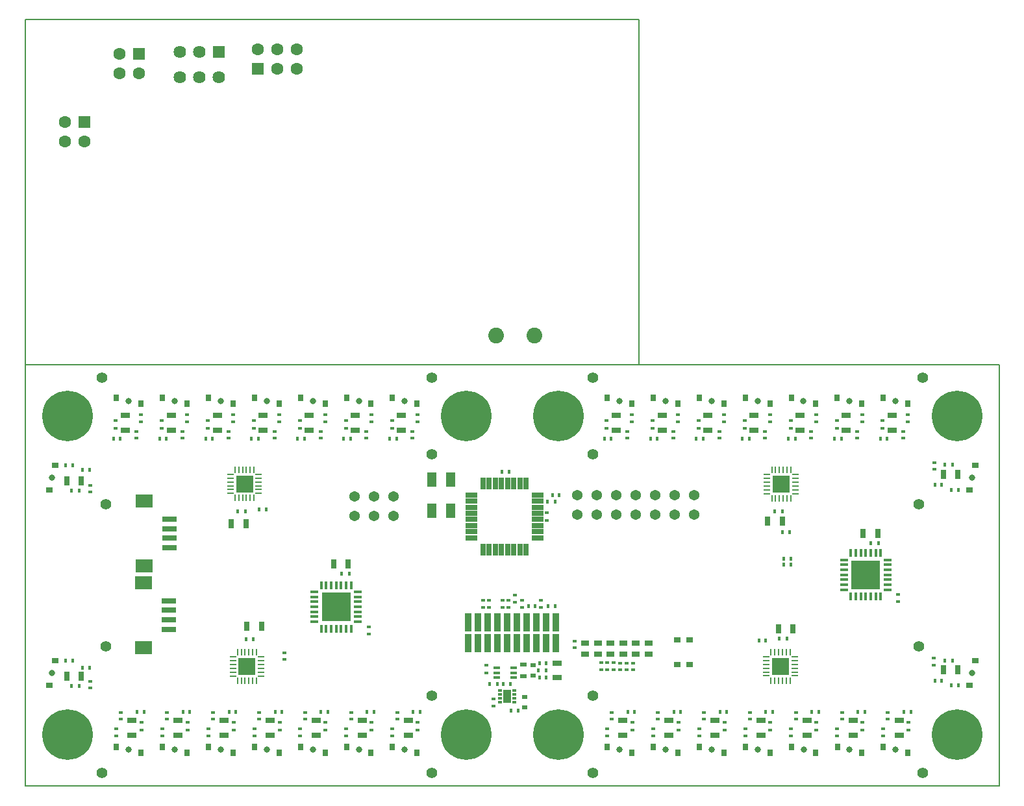
<source format=gbs>
G04*
G04 #@! TF.GenerationSoftware,Altium Limited,Altium Designer,18.1.9 (240)*
G04*
G04 Layer_Color=16711935*
%FSLAX44Y44*%
%MOMM*%
G71*
G01*
G75*
%ADD36C,0.2000*%
%ADD40R,0.4500X0.6000*%
%ADD42R,0.6000X0.4000*%
%ADD43R,0.8000X1.3000*%
%ADD58R,0.4000X0.6000*%
%ADD62R,0.8000X0.6000*%
%ADD63R,1.3000X0.8000*%
%ADD70R,0.9000X0.5000*%
%ADD71R,0.6000X0.4500*%
%ADD73R,2.2000X2.2000*%
%ADD74O,0.2393X0.8571*%
%ADD75O,0.8571X0.2393*%
%ADD76R,0.8571X0.2393*%
%ADD83R,0.6516X1.6016*%
%ADD84R,1.6016X0.6516*%
%ADD86R,1.0016X0.8016*%
%ADD96R,0.8516X0.8016*%
%ADD102R,1.6016X1.6016*%
%ADD103C,1.6016*%
%ADD104C,1.6256*%
%ADD105R,1.6256X1.6256*%
%ADD106C,2.0516*%
%ADD107C,0.8016*%
%ADD108C,1.3716*%
%ADD109C,1.4016*%
%ADD110C,6.6016*%
%ADD111R,0.9032X0.7032*%
%ADD112R,0.7032X0.9032*%
%ADD113R,1.3016X1.9016*%
%ADD114R,2.3016X1.7016*%
%ADD115R,1.9016X0.8016*%
%ADD116R,0.6016X0.3516*%
%ADD117R,1.0016X1.7016*%
%ADD118R,0.9516X0.4516*%
%ADD119R,3.8016X3.8016*%
%ADD120R,0.4316X1.1416*%
%ADD121R,1.1416X0.4316*%
%ADD122R,0.8382X2.3368*%
D36*
X200000Y750000D02*
X1000000D01*
X200000D02*
Y1200000D01*
X1000000D01*
Y750000D02*
Y1200000D01*
X1470000Y200000D02*
Y750000D01*
X200000D02*
X1470000D01*
X200000Y200000D02*
Y750000D01*
Y200000D02*
X1470000D01*
D40*
X612456Y476760D02*
D03*
X622456D02*
D03*
X1302977Y516598D02*
D03*
X1312977D02*
D03*
X869497Y351000D02*
D03*
X879497D02*
D03*
X805499Y333003D02*
D03*
X815499D02*
D03*
X1409254Y619488D02*
D03*
X1399254D02*
D03*
X260234Y330577D02*
D03*
X270234D02*
D03*
X1409257Y363995D02*
D03*
X1399257D02*
D03*
X260743Y585005D02*
D03*
X270743D02*
D03*
X1193502Y391987D02*
D03*
X1183502D02*
D03*
X1177490Y558544D02*
D03*
X1187490D02*
D03*
X497757Y391750D02*
D03*
X487757D02*
D03*
X477495Y558511D02*
D03*
X487495D02*
D03*
X891003Y571001D02*
D03*
X881003D02*
D03*
D42*
X538411Y365009D02*
D03*
Y374009D02*
D03*
X647744Y398702D02*
D03*
Y407702D02*
D03*
X1338264Y440539D02*
D03*
Y449539D02*
D03*
X822142Y433032D02*
D03*
Y442032D02*
D03*
X830554Y442032D02*
D03*
Y433032D02*
D03*
X838868Y440120D02*
D03*
Y449120D02*
D03*
X916539Y389338D02*
D03*
Y380338D02*
D03*
X984004Y351416D02*
D03*
Y360416D02*
D03*
X958982Y351662D02*
D03*
Y360662D02*
D03*
X967041Y351662D02*
D03*
Y360662D02*
D03*
X958748Y274582D02*
D03*
Y265582D02*
D03*
X711253Y675417D02*
D03*
Y684417D02*
D03*
X1018748Y274582D02*
D03*
Y265582D02*
D03*
X1351173Y675414D02*
D03*
Y684414D02*
D03*
X318747Y274585D02*
D03*
Y265585D02*
D03*
X651253Y675417D02*
D03*
Y684417D02*
D03*
X1078748Y274582D02*
D03*
Y265582D02*
D03*
X1291173Y675414D02*
D03*
Y684414D02*
D03*
X378747Y274585D02*
D03*
Y265585D02*
D03*
X591253Y675417D02*
D03*
Y684417D02*
D03*
X1231173Y675414D02*
D03*
Y684414D02*
D03*
X438747Y274585D02*
D03*
Y265585D02*
D03*
X531253Y675417D02*
D03*
Y684417D02*
D03*
X1198748Y274582D02*
D03*
Y265582D02*
D03*
X1171173Y675414D02*
D03*
Y684414D02*
D03*
X498747Y274585D02*
D03*
Y265585D02*
D03*
X471253Y675417D02*
D03*
Y684417D02*
D03*
X1258748Y274582D02*
D03*
Y265582D02*
D03*
X1111173Y675414D02*
D03*
Y684414D02*
D03*
X558747Y274585D02*
D03*
Y265585D02*
D03*
X411253Y675417D02*
D03*
Y684417D02*
D03*
X1318748Y274582D02*
D03*
Y265582D02*
D03*
X1051173Y675414D02*
D03*
Y684414D02*
D03*
X618747Y274585D02*
D03*
Y265585D02*
D03*
X351253Y675417D02*
D03*
Y684417D02*
D03*
X991173Y675414D02*
D03*
Y684414D02*
D03*
X678747Y274585D02*
D03*
Y265585D02*
D03*
X964975Y296237D02*
D03*
Y287237D02*
D03*
X705025Y653763D02*
D03*
Y662763D02*
D03*
X1024975Y296237D02*
D03*
Y287237D02*
D03*
X1344945Y653760D02*
D03*
Y662760D02*
D03*
X324975Y296240D02*
D03*
Y287240D02*
D03*
X645025Y653763D02*
D03*
Y662763D02*
D03*
X1084975Y296237D02*
D03*
Y287237D02*
D03*
X1284945Y653760D02*
D03*
Y662760D02*
D03*
X384975Y296240D02*
D03*
Y287240D02*
D03*
X585025Y653763D02*
D03*
Y662763D02*
D03*
X1144975Y296237D02*
D03*
Y287237D02*
D03*
X1224945Y653760D02*
D03*
Y662760D02*
D03*
X444975Y296240D02*
D03*
Y287240D02*
D03*
X525025Y653763D02*
D03*
Y662763D02*
D03*
X1204975Y296237D02*
D03*
Y287237D02*
D03*
X1164945Y653760D02*
D03*
Y662760D02*
D03*
X504975Y296240D02*
D03*
Y287240D02*
D03*
X465025Y653763D02*
D03*
Y662763D02*
D03*
X1264975Y296237D02*
D03*
Y287237D02*
D03*
X1104945Y653760D02*
D03*
Y662760D02*
D03*
X564975Y296240D02*
D03*
Y287240D02*
D03*
X405025Y653763D02*
D03*
Y662763D02*
D03*
X1324975Y296237D02*
D03*
Y287237D02*
D03*
X1044945Y653760D02*
D03*
Y662760D02*
D03*
X624975Y296240D02*
D03*
Y287240D02*
D03*
X345025Y653763D02*
D03*
Y662763D02*
D03*
X984945Y653760D02*
D03*
Y662760D02*
D03*
X684975Y296240D02*
D03*
Y287240D02*
D03*
X1385507Y612991D02*
D03*
Y621991D02*
D03*
X284727Y336787D02*
D03*
Y327787D02*
D03*
X1385009Y358005D02*
D03*
Y367005D02*
D03*
X284491Y592495D02*
D03*
Y583495D02*
D03*
X872735Y442032D02*
D03*
Y433032D02*
D03*
X847967Y442032D02*
D03*
Y433032D02*
D03*
X805057D02*
D03*
Y442032D02*
D03*
X797374D02*
D03*
Y433032D02*
D03*
X1138748Y274582D02*
D03*
Y265582D02*
D03*
X992293Y360416D02*
D03*
Y351416D02*
D03*
X950857Y360919D02*
D03*
Y351919D02*
D03*
X975941Y360590D02*
D03*
Y351590D02*
D03*
D43*
X468753Y541995D02*
D03*
X487753D02*
D03*
X508228Y408266D02*
D03*
X489228D02*
D03*
X1168238Y546026D02*
D03*
X1187238D02*
D03*
X1201244Y404754D02*
D03*
X1182244D02*
D03*
X1292730Y529302D02*
D03*
X1311730D02*
D03*
X602210Y489465D02*
D03*
X621209D02*
D03*
X272991Y343011D02*
D03*
X253991D02*
D03*
X1397009Y351989D02*
D03*
X1416009D02*
D03*
X1416006Y606982D02*
D03*
X1397006D02*
D03*
X253991Y598011D02*
D03*
X272991D02*
D03*
D58*
X821846Y609601D02*
D03*
X830846D02*
D03*
X1198244Y488504D02*
D03*
X1189245D02*
D03*
X1198244Y496496D02*
D03*
X1189245D02*
D03*
X514243Y560994D02*
D03*
X505243D02*
D03*
X1187762Y531476D02*
D03*
X1196762D02*
D03*
X1156755Y389504D02*
D03*
X1165754D02*
D03*
X865032Y434531D02*
D03*
X856032D02*
D03*
X891032Y434538D02*
D03*
X882032D02*
D03*
X870496Y359999D02*
D03*
X879496D02*
D03*
X870497Y342000D02*
D03*
X879497D02*
D03*
X823500Y333003D02*
D03*
X832499D02*
D03*
X842840Y298496D02*
D03*
X833839D02*
D03*
X1407915Y586240D02*
D03*
X1416915D02*
D03*
X262082Y363753D02*
D03*
X253082D02*
D03*
X1407918Y331247D02*
D03*
X1416918D02*
D03*
X262082Y618753D02*
D03*
X253082D02*
D03*
X1386261Y592961D02*
D03*
X1395261D02*
D03*
X283737Y354525D02*
D03*
X274737D02*
D03*
X1386263Y337475D02*
D03*
X1395263D02*
D03*
X283737Y612525D02*
D03*
X274737D02*
D03*
X985759Y297019D02*
D03*
X994758D02*
D03*
X684242Y652981D02*
D03*
X675242D02*
D03*
X1045759Y297019D02*
D03*
X1054758D02*
D03*
X1324162Y652977D02*
D03*
X1315162D02*
D03*
X345758Y297022D02*
D03*
X354758D02*
D03*
X624242Y652981D02*
D03*
X615242D02*
D03*
X1105759Y297019D02*
D03*
X1114759D02*
D03*
X1264162Y652977D02*
D03*
X1255162D02*
D03*
X405758Y297022D02*
D03*
X414758D02*
D03*
X564242Y652981D02*
D03*
X555242D02*
D03*
X1165759Y297019D02*
D03*
X1174759D02*
D03*
X1204162Y652977D02*
D03*
X1195162D02*
D03*
X465758Y297022D02*
D03*
X474758D02*
D03*
X504242Y652981D02*
D03*
X495242D02*
D03*
X1225759Y297019D02*
D03*
X1234759D02*
D03*
X1144162Y652977D02*
D03*
X1135162D02*
D03*
X525758Y297022D02*
D03*
X534758D02*
D03*
X444242Y652981D02*
D03*
X435242D02*
D03*
X1285759Y297019D02*
D03*
X1294758D02*
D03*
X1084162Y652977D02*
D03*
X1075162D02*
D03*
X585758Y297022D02*
D03*
X594758D02*
D03*
X384242Y652981D02*
D03*
X375242D02*
D03*
X1345759Y297019D02*
D03*
X1354758D02*
D03*
X1024162Y652977D02*
D03*
X1015162D02*
D03*
X645758Y297022D02*
D03*
X654758D02*
D03*
X324242Y652981D02*
D03*
X315242D02*
D03*
X964162Y652977D02*
D03*
X955162D02*
D03*
X705758Y297022D02*
D03*
X714758D02*
D03*
X887504Y579501D02*
D03*
X896504D02*
D03*
D62*
X862000Y344003D02*
D03*
Y358003D02*
D03*
X850996Y302321D02*
D03*
Y316322D02*
D03*
D63*
X893496Y341499D02*
D03*
Y360500D02*
D03*
X1039489Y285491D02*
D03*
Y266491D02*
D03*
X339489Y285494D02*
D03*
Y266494D02*
D03*
X1099489Y285491D02*
D03*
Y266491D02*
D03*
X399489Y285494D02*
D03*
Y266494D02*
D03*
X1159489Y285491D02*
D03*
Y266491D02*
D03*
X459489Y285494D02*
D03*
Y266494D02*
D03*
X1219489Y285491D02*
D03*
Y266491D02*
D03*
X519489Y285494D02*
D03*
Y266494D02*
D03*
X1279489Y285491D02*
D03*
Y266491D02*
D03*
X579489Y285494D02*
D03*
Y266494D02*
D03*
X1339489Y285491D02*
D03*
Y266491D02*
D03*
X639489Y285494D02*
D03*
Y266494D02*
D03*
X690511Y683509D02*
D03*
Y664509D02*
D03*
X1330431Y683505D02*
D03*
Y664505D02*
D03*
X630511Y683509D02*
D03*
Y664509D02*
D03*
X1270431Y683505D02*
D03*
Y664505D02*
D03*
X570511Y683509D02*
D03*
Y664509D02*
D03*
X1210431Y683505D02*
D03*
Y664505D02*
D03*
X510511Y683509D02*
D03*
Y664509D02*
D03*
X1150431Y683505D02*
D03*
Y664505D02*
D03*
X450511Y683509D02*
D03*
Y664509D02*
D03*
X1090431Y683505D02*
D03*
Y664505D02*
D03*
X390511Y683509D02*
D03*
Y664509D02*
D03*
X1030431Y683505D02*
D03*
Y664505D02*
D03*
X970431Y683505D02*
D03*
Y664505D02*
D03*
X330511Y683509D02*
D03*
Y664509D02*
D03*
X979489Y266491D02*
D03*
Y285491D02*
D03*
X699489Y266494D02*
D03*
Y285494D02*
D03*
D70*
X849997Y358500D02*
D03*
Y343500D02*
D03*
D71*
X801548Y357866D02*
D03*
Y347866D02*
D03*
X810997Y304000D02*
D03*
Y314000D02*
D03*
X991714Y273243D02*
D03*
Y283243D02*
D03*
X678286Y676757D02*
D03*
Y666757D02*
D03*
X1051714Y273243D02*
D03*
Y283243D02*
D03*
X1318206Y676753D02*
D03*
Y666753D02*
D03*
X351714Y273246D02*
D03*
Y283246D02*
D03*
X618286Y676757D02*
D03*
Y666757D02*
D03*
X1111714Y273243D02*
D03*
Y283243D02*
D03*
X1258206Y676753D02*
D03*
Y666753D02*
D03*
X411714Y273246D02*
D03*
Y283246D02*
D03*
X558286Y676757D02*
D03*
Y666757D02*
D03*
X1171714Y273243D02*
D03*
Y283243D02*
D03*
X1198206Y676753D02*
D03*
Y666753D02*
D03*
X471714Y273246D02*
D03*
Y283246D02*
D03*
X498286Y676757D02*
D03*
Y666757D02*
D03*
X1231714Y273243D02*
D03*
Y283243D02*
D03*
X1138206Y676753D02*
D03*
Y666753D02*
D03*
X531714Y273246D02*
D03*
Y283246D02*
D03*
X438286Y676757D02*
D03*
Y666757D02*
D03*
X1291714Y273243D02*
D03*
Y283243D02*
D03*
X1078206Y676753D02*
D03*
Y666753D02*
D03*
X591714Y273246D02*
D03*
Y283246D02*
D03*
X378286Y676757D02*
D03*
Y666757D02*
D03*
X1351714Y273243D02*
D03*
Y283243D02*
D03*
X1018206Y676753D02*
D03*
Y666753D02*
D03*
X651714Y273246D02*
D03*
Y283246D02*
D03*
X318286Y676757D02*
D03*
Y666757D02*
D03*
X958206Y676753D02*
D03*
Y666753D02*
D03*
X711714Y273246D02*
D03*
Y283246D02*
D03*
X880001Y546497D02*
D03*
Y556497D02*
D03*
D73*
X1185000Y356249D02*
D03*
X1185993Y593779D02*
D03*
X489255Y356012D02*
D03*
X485998Y594249D02*
D03*
D74*
X1197500Y374755D02*
D03*
X1192500D02*
D03*
X1187500D02*
D03*
X1182500D02*
D03*
X1177500D02*
D03*
X1172500D02*
D03*
Y337744D02*
D03*
X1177500D02*
D03*
X1182500D02*
D03*
X1187500D02*
D03*
X1192500D02*
D03*
X1197500D02*
D03*
X1173493Y575273D02*
D03*
X1178493D02*
D03*
X1183493D02*
D03*
X1188493D02*
D03*
X1193493D02*
D03*
X1198493D02*
D03*
Y612284D02*
D03*
X1193493D02*
D03*
X1188493D02*
D03*
X1183493D02*
D03*
X1178493D02*
D03*
X1173493D02*
D03*
X501755Y374518D02*
D03*
X496755D02*
D03*
X491755D02*
D03*
X486755D02*
D03*
X481755D02*
D03*
X476755D02*
D03*
Y337507D02*
D03*
X481755D02*
D03*
X486755D02*
D03*
X491755D02*
D03*
X496755D02*
D03*
X501755D02*
D03*
X473498Y575743D02*
D03*
X478498D02*
D03*
X483498D02*
D03*
X488498D02*
D03*
X493498D02*
D03*
X498498D02*
D03*
Y612755D02*
D03*
X493498D02*
D03*
X488498D02*
D03*
X483498D02*
D03*
X478498D02*
D03*
X473498D02*
D03*
D75*
X1166494Y368749D02*
D03*
Y363749D02*
D03*
Y358749D02*
D03*
Y353749D02*
D03*
Y348749D02*
D03*
Y343749D02*
D03*
X1203505D02*
D03*
Y348749D02*
D03*
Y353749D02*
D03*
Y358749D02*
D03*
Y363749D02*
D03*
X1204499Y581279D02*
D03*
Y586279D02*
D03*
Y591279D02*
D03*
Y596279D02*
D03*
Y601279D02*
D03*
Y606279D02*
D03*
X1167487D02*
D03*
Y601279D02*
D03*
Y596279D02*
D03*
Y591279D02*
D03*
Y586279D02*
D03*
X470749Y368512D02*
D03*
Y363512D02*
D03*
Y358512D02*
D03*
Y353512D02*
D03*
Y348512D02*
D03*
Y343512D02*
D03*
X507760D02*
D03*
Y348512D02*
D03*
Y353512D02*
D03*
Y358512D02*
D03*
Y363512D02*
D03*
X504503Y581749D02*
D03*
Y586749D02*
D03*
Y591749D02*
D03*
Y596749D02*
D03*
Y601749D02*
D03*
Y606749D02*
D03*
X467492D02*
D03*
Y601749D02*
D03*
Y596749D02*
D03*
Y591749D02*
D03*
Y586749D02*
D03*
D76*
X1203505Y368749D02*
D03*
X1167487Y581279D02*
D03*
X507760Y368512D02*
D03*
X467492Y581749D02*
D03*
D83*
X796957Y594750D02*
D03*
X804957D02*
D03*
X812957D02*
D03*
X820957D02*
D03*
X828957D02*
D03*
X836957D02*
D03*
X844957D02*
D03*
X852957D02*
D03*
Y508750D02*
D03*
X844957D02*
D03*
X836957D02*
D03*
X828957D02*
D03*
X820957D02*
D03*
X812957D02*
D03*
X804957D02*
D03*
X796957D02*
D03*
D84*
X781957Y523750D02*
D03*
Y531750D02*
D03*
Y539750D02*
D03*
Y547750D02*
D03*
Y555750D02*
D03*
Y563750D02*
D03*
Y571750D02*
D03*
Y579750D02*
D03*
X867957D02*
D03*
Y571750D02*
D03*
Y563750D02*
D03*
Y555750D02*
D03*
Y547750D02*
D03*
Y539750D02*
D03*
Y531750D02*
D03*
Y523750D02*
D03*
D86*
X1012895Y371658D02*
D03*
Y386658D02*
D03*
X979761D02*
D03*
Y371658D02*
D03*
X996328Y386658D02*
D03*
Y371658D02*
D03*
X930059Y386658D02*
D03*
Y371658D02*
D03*
X946626Y386658D02*
D03*
Y371658D02*
D03*
X963194Y386658D02*
D03*
Y371658D02*
D03*
D96*
X1066775Y390911D02*
D03*
Y358911D02*
D03*
X1050275D02*
D03*
Y390911D02*
D03*
D102*
X503533Y1136080D02*
D03*
X348590Y1155130D02*
D03*
X277470Y1066230D02*
D03*
D103*
X503533Y1161480D02*
D03*
X528933Y1136080D02*
D03*
Y1161480D02*
D03*
X554333Y1136080D02*
D03*
Y1161480D02*
D03*
X348590Y1129730D02*
D03*
X323190Y1155130D02*
D03*
Y1129730D02*
D03*
X252070Y1040830D02*
D03*
Y1066230D02*
D03*
X277470Y1040830D02*
D03*
D104*
X401930Y1124650D02*
D03*
X427330D02*
D03*
X452730D02*
D03*
X401930Y1157670D02*
D03*
X427330D02*
D03*
D105*
X452730D02*
D03*
D106*
X813810Y788100D02*
D03*
X863810D02*
D03*
D107*
X235000Y602500D02*
D03*
X695000Y247503D02*
D03*
X974920Y702497D02*
D03*
X1435000Y347500D02*
D03*
X335000Y702500D02*
D03*
X635000Y247503D02*
D03*
X1034920Y702497D02*
D03*
X1335000Y247500D02*
D03*
X395000Y702500D02*
D03*
X575000Y247503D02*
D03*
X1094920Y702497D02*
D03*
X1275001Y247500D02*
D03*
X455000Y702500D02*
D03*
X515000Y247503D02*
D03*
X1154920Y702497D02*
D03*
X1215001Y247500D02*
D03*
X515000Y702500D02*
D03*
X455000Y247503D02*
D03*
X1214920Y702497D02*
D03*
X1155001Y247500D02*
D03*
X575000Y702500D02*
D03*
X395000Y247503D02*
D03*
X1274920Y702497D02*
D03*
X1095001Y247500D02*
D03*
X635000Y702500D02*
D03*
X335000Y247503D02*
D03*
X1334920Y702497D02*
D03*
X1035001Y247500D02*
D03*
X695000Y702500D02*
D03*
X235000Y347500D02*
D03*
X1434997Y602493D02*
D03*
X975001Y247500D02*
D03*
D108*
X629815Y577697D02*
D03*
Y552297D02*
D03*
X655215Y577697D02*
D03*
Y552297D02*
D03*
X680615Y577697D02*
D03*
Y552297D02*
D03*
X1072330Y554297D02*
D03*
Y579697D02*
D03*
X1046930D02*
D03*
Y554297D02*
D03*
X1021530Y579697D02*
D03*
Y554297D02*
D03*
X996130Y579697D02*
D03*
Y554297D02*
D03*
X919930D02*
D03*
Y579697D02*
D03*
X945330Y554297D02*
D03*
Y579697D02*
D03*
X970730Y554297D02*
D03*
Y579697D02*
D03*
D109*
X1365000Y382500D02*
D03*
X1370000Y217500D02*
D03*
X940000D02*
D03*
X940000Y317500D02*
D03*
X1365000Y567500D02*
D03*
X1370000Y732500D02*
D03*
X940000Y632500D02*
D03*
Y732500D02*
D03*
X730000Y632500D02*
D03*
Y732500D02*
D03*
X300000D02*
D03*
X305000Y567500D02*
D03*
X305000Y382500D02*
D03*
X300000Y217500D02*
D03*
X730000Y317500D02*
D03*
Y217500D02*
D03*
D110*
X1415000Y267500D02*
D03*
Y682500D02*
D03*
X895000Y267500D02*
D03*
Y682500D02*
D03*
X775000Y267500D02*
D03*
Y682500D02*
D03*
X255000D02*
D03*
Y267500D02*
D03*
D111*
X238750Y618500D02*
D03*
X231250Y586500D02*
D03*
X1438750Y363500D02*
D03*
X1431250Y331500D02*
D03*
X231250D02*
D03*
X238750Y363500D02*
D03*
X1431247Y586493D02*
D03*
X1438747Y618493D02*
D03*
D112*
X711000Y243753D02*
D03*
X679000Y251253D02*
D03*
X990920Y698747D02*
D03*
X958920Y706247D02*
D03*
X351000Y698750D02*
D03*
X319000Y706250D02*
D03*
X651000Y243753D02*
D03*
X619000Y251253D02*
D03*
X1050920Y698747D02*
D03*
X1018920Y706247D02*
D03*
X1351001Y243750D02*
D03*
X1319001Y251250D02*
D03*
X411000Y698750D02*
D03*
X379000Y706250D02*
D03*
X591000Y243753D02*
D03*
X559000Y251253D02*
D03*
X1110920Y698747D02*
D03*
X1078920Y706247D02*
D03*
X1291001Y243750D02*
D03*
X1259000Y251250D02*
D03*
X471000Y698750D02*
D03*
X439000Y706250D02*
D03*
X531000Y243753D02*
D03*
X499000Y251253D02*
D03*
X1170920Y698747D02*
D03*
X1138920Y706247D02*
D03*
X1231001Y243750D02*
D03*
X1199000Y251250D02*
D03*
X531000Y698750D02*
D03*
X499000Y706250D02*
D03*
X471000Y243753D02*
D03*
X439000Y251253D02*
D03*
X1230920Y698747D02*
D03*
X1198920Y706247D02*
D03*
X1171001Y243750D02*
D03*
X1139000Y251250D02*
D03*
X591000Y698750D02*
D03*
X559000Y706250D02*
D03*
X411000Y243753D02*
D03*
X379000Y251253D02*
D03*
X1290920Y698747D02*
D03*
X1258920Y706247D02*
D03*
X1111001Y243750D02*
D03*
X1079000Y251250D02*
D03*
X651000Y698750D02*
D03*
X619000Y706250D02*
D03*
X351000Y243753D02*
D03*
X319000Y251253D02*
D03*
X1350920Y698747D02*
D03*
X1318920Y706247D02*
D03*
X1051001Y243750D02*
D03*
X1019000Y251250D02*
D03*
X711000Y698750D02*
D03*
X679000Y706250D02*
D03*
X991001Y243750D02*
D03*
X959000Y251250D02*
D03*
D113*
X754503Y559399D02*
D03*
Y599399D02*
D03*
X730503D02*
D03*
Y559399D02*
D03*
D114*
X355184Y487251D02*
D03*
Y571751D02*
D03*
X354630Y380751D02*
D03*
Y465251D02*
D03*
D115*
X388184Y548251D02*
D03*
Y535751D02*
D03*
Y510751D02*
D03*
Y523251D02*
D03*
X387630Y441751D02*
D03*
Y429251D02*
D03*
Y404251D02*
D03*
Y416751D02*
D03*
D116*
X818839Y324500D02*
D03*
Y319499D02*
D03*
X837839Y324500D02*
D03*
Y319499D02*
D03*
Y314499D02*
D03*
Y309499D02*
D03*
X818839D02*
D03*
Y314499D02*
D03*
D117*
X828339Y316999D02*
D03*
D118*
X836824Y341287D02*
D03*
Y347786D02*
D03*
Y354286D02*
D03*
X814824D02*
D03*
Y347786D02*
D03*
Y341287D02*
D03*
D119*
X1295990Y475598D02*
D03*
X605470Y433760D02*
D03*
D120*
X1276490Y447248D02*
D03*
X1282990D02*
D03*
X1289490D02*
D03*
X1295990D02*
D03*
X1302490D02*
D03*
X1308990D02*
D03*
X1315490D02*
D03*
Y503948D02*
D03*
X1308990D02*
D03*
X1302490D02*
D03*
X1295990D02*
D03*
X1289490D02*
D03*
X1282990D02*
D03*
X1276490D02*
D03*
X585970Y405410D02*
D03*
X592470D02*
D03*
X598970D02*
D03*
X605470D02*
D03*
X611970D02*
D03*
X618470D02*
D03*
X624970D02*
D03*
Y462110D02*
D03*
X618470D02*
D03*
X611970D02*
D03*
X605470D02*
D03*
X598970D02*
D03*
X592470D02*
D03*
X585970D02*
D03*
D121*
X1267640Y495098D02*
D03*
Y488598D02*
D03*
Y482098D02*
D03*
Y475598D02*
D03*
Y469098D02*
D03*
Y462598D02*
D03*
Y456098D02*
D03*
X1324340D02*
D03*
Y462598D02*
D03*
Y469098D02*
D03*
Y475598D02*
D03*
Y482098D02*
D03*
Y488598D02*
D03*
Y495098D02*
D03*
X577120Y453260D02*
D03*
Y446760D02*
D03*
Y440260D02*
D03*
Y433760D02*
D03*
Y427260D02*
D03*
Y420760D02*
D03*
Y414260D02*
D03*
X633820D02*
D03*
Y420760D02*
D03*
Y427260D02*
D03*
Y433760D02*
D03*
Y440260D02*
D03*
Y446760D02*
D03*
Y453260D02*
D03*
D122*
X892150Y413589D02*
D03*
Y386411D02*
D03*
X879450Y413589D02*
D03*
Y386411D02*
D03*
X866750Y413589D02*
D03*
Y386411D02*
D03*
X854050Y413589D02*
D03*
Y386411D02*
D03*
X841350Y413589D02*
D03*
Y386411D02*
D03*
X828650Y413589D02*
D03*
Y386411D02*
D03*
X777850D02*
D03*
Y413589D02*
D03*
X790550Y386411D02*
D03*
Y413589D02*
D03*
X803250Y386411D02*
D03*
Y413589D02*
D03*
X815950Y386411D02*
D03*
Y413589D02*
D03*
M02*

</source>
